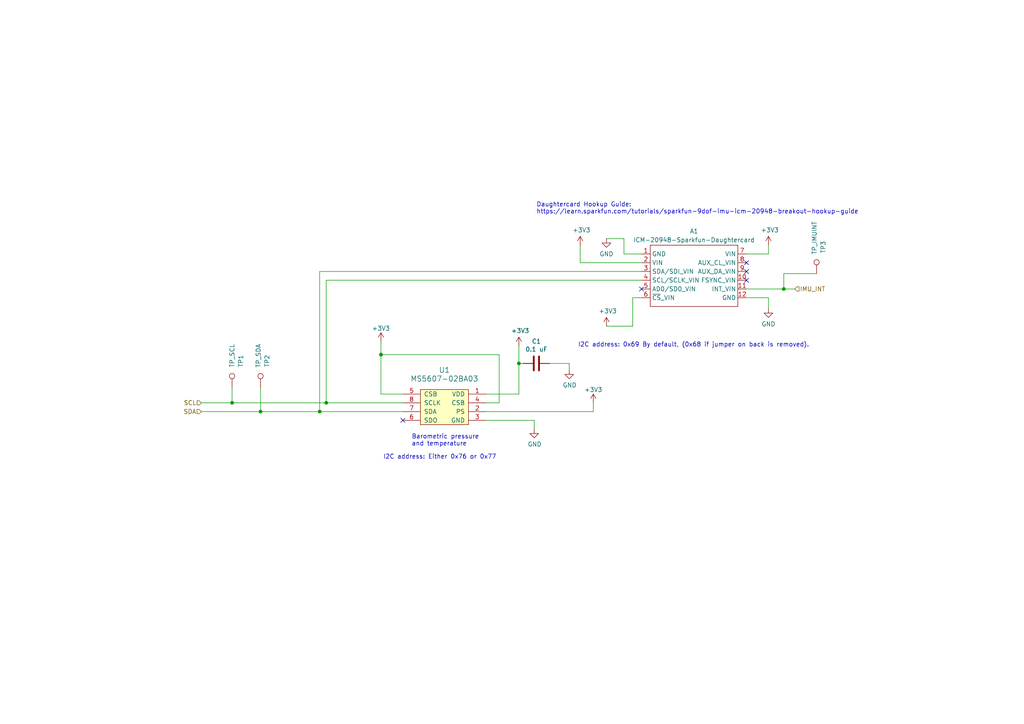
<source format=kicad_sch>
(kicad_sch (version 20230121) (generator eeschema)
  (paper "A4")
  (lib_symbols
    (symbol "Device:C" (pin_numbers hide) (pin_names (offset 0.254))
      (property "Reference" "C" (at 0.635 2.54 0))
      (property "Value" "C" (at 0.635 -2.54 0))
      (symbol "C_0_1"
        (polyline (pts (xy -2.032 -0.762) (xy 2.032 -0.762)) (stroke (width 0.508)))
        (polyline (pts (xy -2.032 0.762) (xy 2.032 0.762)) (stroke (width 0.508)))
      )
      (symbol "C_1_1"
        (pin passive line (at 0 3.81 270) (length 2.794) (name "~") (number "1"))
        (pin passive line (at 0 -3.81 90) (length 2.794) (name "~") (number "2"))
      )
    )
    (symbol "canhw:ICM-20948-Sparkfun-Daughtercard"
      (property "Reference" "A1" (at 0 14.224 0))
      (property "Value" "ICM-20948-Sparkfun-Daughtercard" (at 0 11.684 0))
      (symbol "ICM-20948-Sparkfun-Daughtercard_0_1"
        (rectangle (start -12.7 10.16) (end 12.7 -7.62))
      )
      (symbol "ICM-20948-Sparkfun-Daughtercard_1_1"
        (pin power_in line (at -15.24 7.62 0) (length 2.54) (name "GND") (number "1"))
        (pin output line (at 15.24 0 180) (length 2.54) (name "FSYNC_VIN") (number "10"))
        (pin output line (at 15.24 -2.54 180) (length 2.54) (name "INT_VIN") (number "11"))
        (pin power_in line (at 15.24 -5.08 180) (length 2.54) (name "GND") (number "12"))
        (pin power_in line (at -15.24 5.08 0) (length 2.54) (name "VIN") (number "2"))
        (pin input line (at -15.24 2.54 0) (length 2.54) (name "SDA/SDI_VIN") (number "3"))
        (pin input line (at -15.24 0 0) (length 2.54) (name "SCL/SCLK_VIN") (number "4"))
        (pin input line (at -15.24 -2.54 0) (length 2.54) (name "AD0/SD0_VIN") (number "5"))
        (pin input line (at -15.24 -5.08 0) (length 2.54) (name "~{CS}_VIN") (number "6"))
        (pin power_in line (at 15.24 7.62 180) (length 2.54) (name "VIN") (number "7"))
        (pin power_in line (at 15.24 5.08 180) (length 2.54) (name "AUX_CL_VIN") (number "8"))
        (pin output line (at 15.24 2.54 180) (length 2.54) (name "AUX_DA_VIN") (number "9"))
      )
    )
    (symbol "canhw:TestPointKeystone" (pin_numbers hide) (pin_names (offset 0.762) hide)
      (property "Reference" "TP" (at 0 6.858 0))
      (property "Value" "TestPointKeystone" (at 0 5.08 0))
      (symbol "TestPointKeystone_0_1"
        (circle (center 0 3.302) (radius 0.762))
      )
      (symbol "TestPointKeystone_1_1"
        (pin passive line (at 0 0 90) (length 2.54) (name "1") (number "1"))
      )
    )
    (symbol "flight_instr:MS5607-02BA03" (pin_names (offset 1.016))
      (property "Reference" "U" (at -5.08 13.97 0))
      (property "Value" "MS5607-02BA03" (at 1.27 0 0))
      (symbol "MS5607-02BA03_0_1"
        (rectangle (start -6.35 12.7) (end 7.62 2.54) (fill (type background)))
      )
      (symbol "MS5607-02BA03_1_1"
        (pin input line (at -11.43 11.43 0) (length 5.08) (name "VDD") (number "1"))
        (pin input line (at -11.43 6.35 0) (length 5.08) (name "PS") (number "2"))
        (pin input line (at -11.43 3.81 0) (length 5.08) (name "GND") (number "3"))
        (pin input line (at -11.43 8.89 0) (length 5.08) (name "CSB") (number "4"))
        (pin input line (at 12.7 11.43 180) (length 5.08) (name "CSB") (number "5"))
        (pin input line (at 12.7 3.81 180) (length 5.08) (name "SDO") (number "6"))
        (pin input line (at 12.7 6.35 180) (length 5.08) (name "SDA") (number "7"))
        (pin input line (at 12.7 8.89 180) (length 5.08) (name "SCLK") (number "8"))
      )
    )
    (symbol "power:+3V3" (power) (pin_names (offset 0))
      (property "Value" "+3V3" (at 0 3.556 0))
      (symbol "+3V3_0_1"
        (polyline (pts (xy -0.762 1.27) (xy 0 2.54)))
        (polyline (pts (xy 0 0) (xy 0 2.54)))
        (polyline (pts (xy 0 2.54) (xy 0.762 1.27)))
      )
      (symbol "+3V3_1_1"
        (pin power_in line (at 0 0 90) (length 0) hide (name "+3V3") (number "1"))
      )
    )
    (symbol "power:GND" (power) (pin_names (offset 0))
      (property "Value" "GND" (at 0 -3.81 0))
      (symbol "GND_0_1"
        (polyline (pts (xy 0 0) (xy 0 -1.27) (xy 1.27 -1.27) (xy 0 -2.54) (xy -1.27 -1.27) (xy 0 -1.27)))
      )
      (symbol "GND_1_1"
        (pin power_in line (at 0 0 270) (length 0) hide (name "GND") (number "1"))
      )
    )
  )
  (junction (at 227.33 83.82))
  (junction (at 67.31 116.84))
  (junction (at 94.615 116.84))
  (junction (at 150.495 105.41))
  (junction (at 92.71 119.38))
  (junction (at 75.565 119.38))
  (junction (at 110.49 102.87))
  (no_connect (at 216.535 76.2))
  (no_connect (at 116.84 121.92))
  (no_connect (at 216.535 78.74))
  (no_connect (at 186.055 83.82))
  (no_connect (at 216.535 81.28))
  (wire (pts (xy 150.495 114.3) (xy 140.97 114.3)))
  (wire (pts (xy 165.1 105.41) (xy 165.1 107.315)))
  (wire (pts (xy 67.31 116.84) (xy 94.615 116.84)))
  (wire (pts (xy 58.42 116.84) (xy 67.31 116.84)))
  (wire (pts (xy 216.535 83.82) (xy 227.33 83.82)))
  (wire (pts (xy 150.495 100.33) (xy 150.495 105.41)))
  (wire (pts (xy 216.535 86.36) (xy 222.885 86.36)))
  (wire (pts (xy 144.78 102.87) (xy 110.49 102.87)))
  (wire (pts (xy 110.49 102.87) (xy 110.49 114.3)))
  (wire (pts (xy 140.97 121.92) (xy 154.94 121.92)))
  (wire (pts (xy 216.535 73.66) (xy 222.885 73.66)))
  (wire (pts (xy 140.97 116.84) (xy 144.78 116.84)))
  (wire (pts (xy 75.565 119.38) (xy 92.71 119.38)))
  (wire (pts (xy 154.94 124.46) (xy 154.94 121.92)))
  (wire (pts (xy 92.71 119.38) (xy 116.84 119.38)))
  (wire (pts (xy 58.42 119.38) (xy 75.565 119.38)))
  (wire (pts (xy 110.49 99.06) (xy 110.49 102.87)))
  (wire (pts (xy 222.885 73.66) (xy 222.885 71.12)))
  (wire (pts (xy 227.33 83.82) (xy 230.505 83.82)))
  (wire (pts (xy 110.49 114.3) (xy 116.84 114.3)))
  (wire (pts (xy 140.97 119.38) (xy 172.085 119.38)))
  (wire (pts (xy 186.055 76.2) (xy 168.275 76.2)))
  (wire (pts (xy 183.515 94.615) (xy 175.895 94.615)))
  (wire (pts (xy 92.71 78.74) (xy 92.71 119.38)))
  (wire (pts (xy 150.495 105.41) (xy 150.495 114.3)))
  (wire (pts (xy 144.78 116.84) (xy 144.78 102.87)))
  (wire (pts (xy 186.055 73.66) (xy 180.975 73.66)))
  (wire (pts (xy 227.33 83.82) (xy 227.33 79.375)))
  (wire (pts (xy 94.615 81.28) (xy 186.055 81.28)))
  (wire (pts (xy 67.31 112.395) (xy 67.31 116.84)))
  (wire (pts (xy 222.885 89.535) (xy 222.885 86.36)))
  (wire (pts (xy 227.33 79.375) (xy 236.855 79.375)))
  (wire (pts (xy 183.515 86.36) (xy 183.515 94.615)))
  (wire (pts (xy 150.495 105.41) (xy 151.765 105.41)))
  (wire (pts (xy 159.385 105.41) (xy 165.1 105.41)))
  (wire (pts (xy 168.275 76.2) (xy 168.275 71.12)))
  (wire (pts (xy 172.085 116.84) (xy 172.085 119.38)))
  (wire (pts (xy 186.055 78.74) (xy 92.71 78.74)))
  (wire (pts (xy 180.975 73.66) (xy 180.975 69.215)))
  (wire (pts (xy 94.615 116.84) (xy 94.615 81.28)))
  (wire (pts (xy 180.975 69.215) (xy 175.895 69.215)))
  (wire (pts (xy 94.615 116.84) (xy 116.84 116.84)))
  (wire (pts (xy 75.565 112.395) (xy 75.565 119.38)))
  (wire (pts (xy 183.515 86.36) (xy 186.055 86.36)))
  (text "Barometric pressure\nand temperature" (at 119.38 129.54 0) (effects (font (size 1.27 1.27)) (justify left bottom)))
  (text "I2C address: Either 0x76 or 0x77" (at 111.125 133.35 0) (effects (font (size 1.27 1.27)) (justify left bottom)))
  (text "I2C address: 0x69 By default, (0x68 if jumper on back is removed).\n\n" (at 167.64 102.87 0) (effects (font (size 1.27 1.27)) (justify left bottom)))
  (text "Daughtercard Hookup Guide:\nhttps://learn.sparkfun.com/tutorials/sparkfun-9dof-imu-icm-20948-breakout-hookup-guide" (at 155.575 62.23 0) (effects (font (size 1.27 1.27)) (justify left bottom)))
  (hierarchical_label "SDA" (shape input) (at 58.42 119.38 180))
  (hierarchical_label "SCL" (shape input) (at 58.42 116.84 180))
  (hierarchical_label "IMU_INT" (shape input) (at 230.505 83.82 0))
  (symbol (lib_id "Device:C") (at 155.575 105.41 270) (unit 1)
    (property "Reference" "C1" (at 155.575 99.0092 90))
    (property "Value" "0.1 uF" (at 155.575 101.3206 90))
    (property "Footprint" "Capacitor_SMD:C_0805_2012Metric_Pad1.18x1.45mm_HandSolder" (effects hide))
    (instances (project "Propulsion Board" (path "" (reference "C1") (unit 1))) (project "PropulsionBoard" (path "" (reference "C12") (unit 1))) (project "sensors" (path "" (reference "C5") (unit 1))))
  )
  (symbol (lib_id "power:GND") (at 165.1 107.315 0) (unit 1)
    (property "Reference" "#PWR04" (effects hide))
    (property "Value" "GND" (at 165.227 111.7092 0))
    (instances (project "Propulsion Board" (path "" (reference "#PWR04") (unit 1))) (project "PropulsionBoard" (path "" (reference "#PWR039") (unit 1))) (project "sensors" (path "" (reference "#PWR016") (unit 1))))
  )
  (symbol (lib_id "power:GND") (at 175.895 69.215 0) (unit 1)
    (property "Reference" "#PWR07" (effects hide))
    (property "Value" "GND" (at 175.895 73.66 0))
    (instances (project "Propulsion Board" (path "" (reference "#PWR07") (unit 1))) (project "PropulsionBoard" (path "" (reference "#PWR042") (unit 1))) (project "sensors" (path "" (reference "#PWR057") (unit 1))))
  )
  (symbol (lib_id "canhw:TestPointKeystone") (at 67.31 112.395 0) (unit 1)
    (property "Reference" "TP1" (at 69.85 102.87 90) (effects (justify right)))
    (property "Value" "TP_SCL" (at 67.31 99.695 90) (effects (justify right)))
    (property "Footprint" "sensor_mini:KEYSTONE_5000" (effects hide))
    (property "Datasheet" "https://www.keyelco.com/userAssets/file/M65p56.pdf" (effects hide))
    (instances (project "Propulsion Board" (path "" (reference "TP1") (unit 1))) (project "PropulsionBoard" (path "" (reference "TP11") (unit 1))) (project "sensors" (path "" (reference "TP5") (unit 1))))
  )
  (symbol (lib_id "power:GND") (at 222.885 89.535 0) (unit 1)
    (property "Reference" "#PWR010" (effects hide))
    (property "Value" "GND" (at 222.885 93.98 0))
    (instances (project "Propulsion Board" (path "" (reference "#PWR010") (unit 1))) (project "PropulsionBoard" (path "" (reference "#PWR045") (unit 1))) (project "sensors" (path "" (reference "#PWR060") (unit 1))))
  )
  (symbol (lib_id "power:+3V3") (at 110.49 99.06 0) (unit 1)
    (property "Reference" "#PWR01" (effects hide))
    (property "Value" "+3V3" (at 110.49 95.25 0))
    (instances (project "Propulsion Board" (path "" (reference "#PWR01") (unit 1))) (project "PropulsionBoard" (path "" (reference "#PWR036") (unit 1))) (project "sensors" (path "" (reference "#PWR014") (unit 1))))
  )
  (symbol (lib_id "canhw:TestPointKeystone") (at 236.855 79.375 0) (unit 1)
    (property "Reference" "TP3" (at 238.76 69.85 90) (effects (justify right)))
    (property "Value" "TP_IMUINT" (at 236.22 64.135 90) (effects (justify right)))
    (property "Footprint" "sensor_mini:KEYSTONE_5000" (effects hide))
    (property "Datasheet" "https://www.keyelco.com/userAssets/file/M65p56.pdf" (effects hide))
    (instances (project "Propulsion Board" (path "" (reference "TP3") (unit 1))) (project "PropulsionBoard" (path "" (reference "TP13") (unit 1))) (project "sensors" (path "" (reference "TP7") (unit 1))))
  )
  (symbol (lib_id "power:GND") (at 154.94 124.46 0) (unit 1)
    (property "Reference" "#PWR03" (effects hide))
    (property "Value" "GND" (at 155.067 128.8542 0))
    (instances (project "Propulsion Board" (path "" (reference "#PWR03") (unit 1))) (project "PropulsionBoard" (path "" (reference "#PWR038") (unit 1))) (project "sensors" (path "" (reference "#PWR018") (unit 1))))
  )
  (symbol (lib_id "flight_instr:MS5607-02BA03") (at 129.54 125.73 0) (mirror y) (unit 1)
    (property "Reference" "U1" (at 128.905 107.315 0) (effects (font (size 1.524 1.524))))
    (property "Value" "MS5607-02BA03" (at 128.905 109.855 0) (effects (font (size 1.524 1.524))))
    (property "Footprint" "sensor_mini:SON125P300X500X100-8N" (effects hide))
    (instances (project "Propulsion Board" (path "" (reference "U1") (unit 1))) (project "PropulsionBoard" (path "" (reference "U7") (unit 1))) (project "sensors" (path "" (reference "U3") (unit 1))))
  )
  (symbol (lib_id "power:+3V3") (at 222.885 71.12 0) (unit 1)
    (property "Reference" "#PWR09" (effects hide))
    (property "Value" "+3V3" (at 223.266 66.7258 0))
    (instances (project "Propulsion Board" (path "" (reference "#PWR09") (unit 1))) (project "PropulsionBoard" (path "" (reference "#PWR044") (unit 1))) (project "sensors" (path "" (reference "#PWR059") (unit 1))))
  )
  (symbol (lib_id "power:+3V3") (at 168.275 71.12 0) (unit 1)
    (property "Reference" "#PWR05" (effects hide))
    (property "Value" "+3V3" (at 168.656 66.7258 0))
    (instances (project "Propulsion Board" (path "" (reference "#PWR05") (unit 1))) (project "PropulsionBoard" (path "" (reference "#PWR040") (unit 1))) (project "sensors" (path "" (reference "#PWR056") (unit 1))))
  )
  (symbol (lib_id "canhw:TestPointKeystone") (at 75.565 112.395 0) (unit 1)
    (property "Reference" "TP2" (at 77.47 102.87 90) (effects (justify right)))
    (property "Value" "TP_SDA" (at 74.93 99.695 90) (effects (justify right)))
    (property "Footprint" "sensor_mini:KEYSTONE_5000" (effects hide))
    (property "Datasheet" "https://www.keyelco.com/userAssets/file/M65p56.pdf" (effects hide))
    (instances (project "Propulsion Board" (path "" (reference "TP2") (unit 1))) (project "PropulsionBoard" (path "" (reference "TP12") (unit 1))) (project "sensors" (path "" (reference "TP6") (unit 1))))
  )
  (symbol (lib_id "canhw:ICM-20948-Sparkfun-Daughtercard") (at 201.295 81.28 0) (unit 1)
    (property "Reference" "A1" (at 201.295 67.056 0))
    (property "Value" "ICM-20948-Sparkfun-Daughtercard" (at 201.295 69.596 0))
    (property "Footprint" "sensor_mini:IMU BB I2C" (effects hide))
    (property "Datasheet" "https://www.sparkfun.com/products/15335" (effects hide))
  )
  (symbol (lib_id "power:+3V3") (at 175.895 94.615 0) (unit 1)
    (property "Reference" "#PWR08" (effects hide))
    (property "Value" "+3V3" (at 176.276 90.2208 0))
    (instances (project "Propulsion Board" (path "" (reference "#PWR08") (unit 1))) (project "PropulsionBoard" (path "" (reference "#PWR043") (unit 1))) (project "sensors" (path "" (reference "#PWR058") (unit 1))))
  )
  (symbol (lib_id "power:+3V3") (at 172.085 116.84 0) (unit 1)
    (property "Reference" "#PWR06" (effects hide))
    (property "Value" "+3V3" (at 172.085 113.03 0))
    (instances (project "Propulsion Board" (path "" (reference "#PWR06") (unit 1))) (project "PropulsionBoard" (path "" (reference "#PWR041") (unit 1))) (project "sensors" (path "" (reference "#PWR017") (unit 1))))
  )
  (symbol (lib_id "power:+3V3") (at 150.495 100.33 0) (unit 1)
    (property "Reference" "#PWR02" (effects hide))
    (property "Value" "+3V3" (at 150.876 95.9358 0))
    (instances (project "Propulsion Board" (path "" (reference "#PWR02") (unit 1))) (project "PropulsionBoard" (path "" (reference "#PWR037") (unit 1))) (project "sensors" (path "" (reference "#PWR015") (unit 1))))
  )
)
</source>
